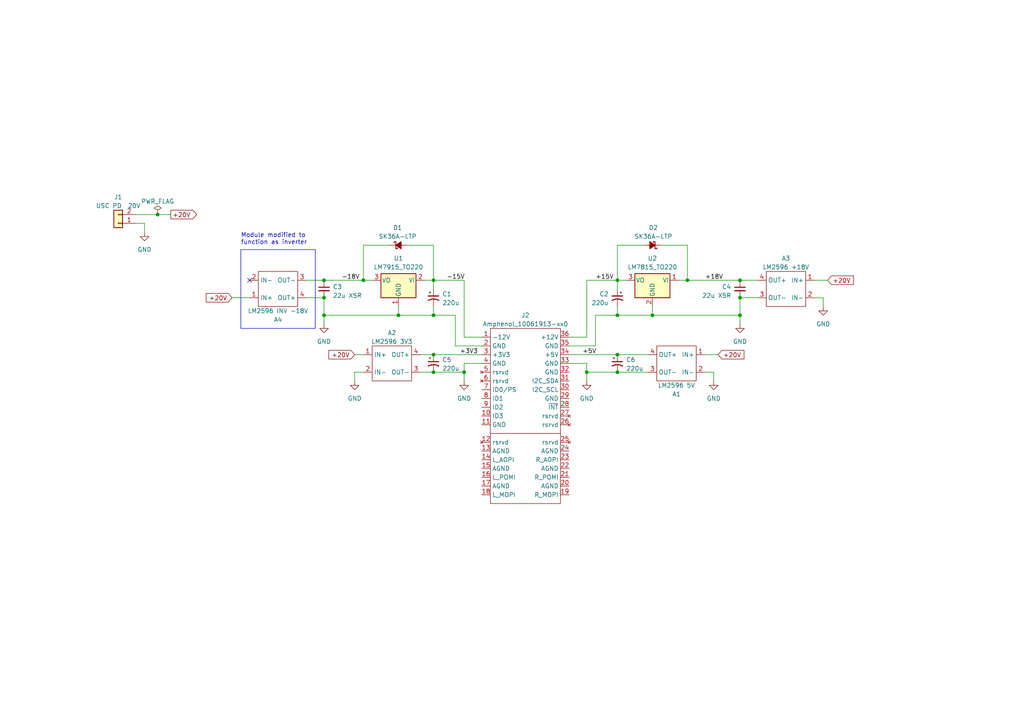
<source format=kicad_sch>
(kicad_sch (version 20230121) (generator eeschema)
  (paper "A4")
  (lib_symbols
    (symbol "Connector_Generic:Conn_01x02" (pin_names (offset 1.016) hide)
      (property "Reference" "J" (at 0 2.54 0))
      (property "Value" "Conn_01x02" (at 0 -5.08 0))
      (symbol "Conn_01x02_1_1"
        (rectangle (start -1.27 -2.413) (end 0 -2.667) (stroke (width 0.1524)))
        (rectangle (start -1.27 0.127) (end 0 -0.127) (stroke (width 0.1524)))
        (rectangle (start -1.27 1.27) (end 1.27 -3.81) (stroke (width 0.254)) (fill (type background)))
        (pin passive line (at -5.08 0 0) (length 3.81) (name "Pin_1") (number "1"))
        (pin passive line (at -5.08 -2.54 0) (length 3.81) (name "Pin_2") (number "2"))
      )
    )
    (symbol "Device:C_Polarized_Small_US" (pin_numbers hide) (pin_names (offset 0.254) hide)
      (property "Reference" "C" (at 0.254 1.778 0))
      (property "Value" "C_Polarized_Small_US" (at 0.254 -2.032 0))
      (symbol "C_Polarized_Small_US_0_1"
        (polyline (pts (xy -1.524 0.508) (xy 1.524 0.508)) (stroke (width 0.3048)))
        (polyline (pts (xy -1.27 1.524) (xy -0.762 1.524)))
        (polyline (pts (xy -1.016 1.27) (xy -1.016 1.778)))
        (arc (start 1.524 -0.762) (mid 0 -0.3734) (end -1.524 -0.762) (stroke (width 0.3048)))
      )
      (symbol "C_Polarized_Small_US_1_1"
        (pin passive line (at 0 2.54 270) (length 2.032) (name "~") (number "1"))
        (pin passive line (at 0 -2.54 90) (length 2.032) (name "~") (number "2"))
      )
    )
    (symbol "Device:C_Small" (pin_numbers hide) (pin_names (offset 0.254) hide)
      (property "Reference" "C" (at 0.254 1.778 0))
      (property "Value" "C_Small" (at 0.254 -2.032 0))
      (symbol "C_Small_0_1"
        (polyline (pts (xy -1.524 -0.508) (xy 1.524 -0.508)) (stroke (width 0.3302)))
        (polyline (pts (xy -1.524 0.508) (xy 1.524 0.508)) (stroke (width 0.3048)))
      )
      (symbol "C_Small_1_1"
        (pin passive line (at 0 2.54 270) (length 2.032) (name "~") (number "1"))
        (pin passive line (at 0 -2.54 90) (length 2.032) (name "~") (number "2"))
      )
    )
    (symbol "Device:D_Schottky_Small_Filled" (pin_numbers hide) (pin_names (offset 0.254) hide)
      (property "Reference" "D" (at -1.27 2.032 0))
      (property "Value" "D_Schottky_Small_Filled" (at -7.112 -2.032 0))
      (symbol "D_Schottky_Small_Filled_0_1"
        (polyline (pts (xy -0.762 0) (xy 0.762 0)))
        (polyline (pts (xy 0.762 -1.016) (xy -0.762 0) (xy 0.762 1.016) (xy 0.762 -1.016)) (stroke (width 0.254)) (fill (type outline)))
        (polyline (pts (xy -1.27 0.762) (xy -1.27 1.016) (xy -0.762 1.016) (xy -0.762 -1.016) (xy -0.254 -1.016) (xy -0.254 -0.762)) (stroke (width 0.254)))
      )
      (symbol "D_Schottky_Small_Filled_1_1"
        (pin passive line (at -2.54 0 0) (length 1.778) (name "K") (number "1"))
        (pin passive line (at 2.54 0 180) (length 1.778) (name "A") (number "2"))
      )
    )
    (symbol "Regulator_Linear:LM7812_TO220" (pin_names (offset 0.254))
      (property "Reference" "U" (at -3.81 3.175 0))
      (property "Value" "LM7812_TO220" (at 0 3.175 0))
      (symbol "LM7812_TO220_0_1"
        (rectangle (start -5.08 1.905) (end 5.08 -5.08) (stroke (width 0.254)) (fill (type background)))
      )
      (symbol "LM7812_TO220_1_1"
        (pin power_in line (at -7.62 0 0) (length 2.54) (name "VI") (number "1"))
        (pin power_in line (at 0 -7.62 90) (length 2.54) (name "GND") (number "2"))
        (pin power_out line (at 7.62 0 180) (length 2.54) (name "VO") (number "3"))
      )
    )
    (symbol "Regulator_Linear:LM7912_TO220" (pin_names (offset 0.254))
      (property "Reference" "U" (at -3.81 -3.175 0))
      (property "Value" "LM7912_TO220" (at 0 -3.175 0))
      (symbol "LM7912_TO220_0_1"
        (rectangle (start -5.08 5.08) (end 5.08 -1.905) (stroke (width 0.254)) (fill (type background)))
      )
      (symbol "LM7912_TO220_1_1"
        (pin power_in line (at 0 7.62 270) (length 2.54) (name "GND") (number "1"))
        (pin power_in line (at -7.62 0 0) (length 2.54) (name "VI") (number "2"))
        (pin power_out line (at 7.62 0 180) (length 2.54) (name "VO") (number "3"))
      )
    )
    (symbol "power:GND" (power) (pin_names (offset 0))
      (property "Value" "GND" (at 0 -3.81 0))
      (symbol "GND_0_1"
        (polyline (pts (xy 0 0) (xy 0 -1.27) (xy 1.27 -1.27) (xy 0 -2.54) (xy -1.27 -1.27) (xy 0 -1.27)))
      )
      (symbol "GND_1_1"
        (pin power_in line (at 0 0 270) (length 0) hide (name "GND") (number "1"))
      )
    )
    (symbol "power:PWR_FLAG" (power) (pin_numbers hide) (pin_names (offset 0) hide)
      (property "Value" "PWR_FLAG" (at 0 3.81 0))
      (symbol "PWR_FLAG_0_0"
        (pin power_out line (at 0 0 90) (length 0) (name "pwr") (number "1"))
      )
      (symbol "PWR_FLAG_0_1"
        (polyline (pts (xy 0 0) (xy 0 1.27) (xy -1.016 1.905) (xy 0 2.54) (xy 1.016 1.905) (xy 0 1.27)))
      )
    )
    (symbol "silver-box-symbols:Amphenol_10061913-xx0"
      (property "Reference" "J" (at 0 2.54 0))
      (property "Value" "Amphenol_10061913-xx0" (at 0 -50.8 0))
      (symbol "Amphenol_10061913-xx0_0_1"
        (rectangle (start -10.16 1.27) (end 10.16 -49.53))
        (polyline (pts (xy 10.16 -29.21) (xy -10.16 -29.21)))
      )
      (symbol "Amphenol_10061913-xx0_1_1"
        (pin power_out line (at -12.7 -1.27 0) (length 2.54) (name "-12V") (number "1"))
        (pin passive line (at -12.7 -24.13 0) (length 2.54) (name "ID3") (number "10"))
        (pin power_in line (at -12.7 -26.67 0) (length 2.54) (name "GND") (number "11"))
        (pin no_connect line (at -12.7 -31.75 0) (length 2.54) (name "rsrvd") (number "12"))
        (pin power_in line (at -12.7 -34.29 0) (length 2.54) (name "AGND") (number "13"))
        (pin passive line (at -12.7 -36.83 0) (length 2.54) (name "L_AOPI") (number "14"))
        (pin power_in line (at -12.7 -39.37 0) (length 2.54) (name "AGND") (number "15"))
        (pin passive line (at -12.7 -41.91 0) (length 2.54) (name "L_POMI") (number "16"))
        (pin power_in line (at -12.7 -44.45 0) (length 2.54) (name "AGND") (number "17"))
        (pin passive line (at -12.7 -46.99 0) (length 2.54) (name "L_MOPI") (number "18"))
        (pin passive line (at 12.7 -46.99 180) (length 2.54) (name "R_MOPI") (number "19"))
        (pin power_in line (at -12.7 -3.81 0) (length 2.54) (name "GND") (number "2"))
        (pin power_in line (at 12.7 -44.45 180) (length 2.54) (name "AGND") (number "20"))
        (pin passive line (at 12.7 -41.91 180) (length 2.54) (name "R_POMI") (number "21"))
        (pin power_in line (at 12.7 -39.37 180) (length 2.54) (name "AGND") (number "22"))
        (pin passive line (at 12.7 -36.83 180) (length 2.54) (name "R_AOPI") (number "23"))
        (pin power_in line (at 12.7 -34.29 180) (length 2.54) (name "AGND") (number "24"))
        (pin no_connect line (at 12.7 -31.75 180) (length 2.54) (name "rsrvd") (number "25"))
        (pin no_connect line (at 12.7 -26.67 180) (length 2.54) (name "rsrvd") (number "26"))
        (pin no_connect line (at 12.7 -24.13 180) (length 2.54) (name "rsrvd") (number "27"))
        (pin passive line (at 12.7 -21.59 180) (length 2.54) (name "~{INT}") (number "28"))
        (pin power_in line (at 12.7 -19.05 180) (length 2.54) (name "GND") (number "29"))
        (pin power_out line (at -12.7 -6.35 0) (length 2.54) (name "+3V3") (number "3"))
        (pin passive line (at 12.7 -16.51 180) (length 2.54) (name "I2C_SCL") (number "30"))
        (pin passive line (at 12.7 -13.97 180) (length 2.54) (name "I2C_SDA") (number "31"))
        (pin power_in line (at 12.7 -11.43 180) (length 2.54) (name "GND") (number "32"))
        (pin power_in line (at 12.7 -8.89 180) (length 2.54) (name "GND") (number "33"))
        (pin power_out line (at 12.7 -6.35 180) (length 2.54) (name "+5V") (number "34"))
        (pin power_in line (at 12.7 -3.81 180) (length 2.54) (name "GND") (number "35"))
        (pin power_out line (at 12.7 -1.27 180) (length 2.54) (name "+12V") (number "36"))
        (pin power_in line (at -12.7 -8.89 0) (length 2.54) (name "GND") (number "4"))
        (pin no_connect line (at -12.7 -11.43 0) (length 2.54) (name "rsrvd") (number "5"))
        (pin no_connect line (at -12.7 -13.97 0) (length 2.54) (name "rsrvd") (number "6"))
        (pin passive line (at -12.7 -16.51 0) (length 2.54) (name "ID0/PS") (number "7"))
        (pin passive line (at -12.7 -19.05 0) (length 2.54) (name "ID1") (number "8"))
        (pin passive line (at -12.7 -21.59 0) (length 2.54) (name "ID2") (number "9"))
      )
    )
    (symbol "silver-box-symbols:LM2596"
      (property "Reference" "A" (at 0 6.35 0))
      (property "Value" "LM2596" (at 0 -6.35 0))
      (symbol "LM2596_0_1"
        (rectangle (start -5.08 5.08) (end 6.35 -5.08))
      )
      (symbol "LM2596_1_1"
        (pin power_in line (at -7.62 2.54 0) (length 2.54) (name "IN+") (number "1"))
        (pin passive line (at -7.62 -2.54 0) (length 2.54) (name "IN-") (number "2"))
        (pin passive line (at 8.89 -2.54 180) (length 2.54) (name "OUT-") (number "3"))
        (pin power_out line (at 8.89 2.54 180) (length 2.54) (name "OUT+") (number "4"))
      )
    )
  )
  (junction (at 179.07 107.95))
  (junction (at 134.62 107.95))
  (junction (at 45.72 62.23))
  (junction (at 199.39 81.28))
  (junction (at 125.73 102.87))
  (junction (at 125.73 107.95))
  (junction (at 179.07 91.44))
  (junction (at 189.23 91.44))
  (junction (at 105.41 81.28))
  (junction (at 93.98 81.28))
  (junction (at 125.73 91.44))
  (junction (at 125.73 81.28))
  (junction (at 93.98 91.44))
  (junction (at 214.63 81.28))
  (junction (at 179.07 81.28))
  (junction (at 179.07 102.87))
  (junction (at 115.57 91.44))
  (junction (at 214.63 86.36))
  (junction (at 214.63 91.44))
  (junction (at 170.18 107.95))
  (junction (at 93.98 86.36))
  (no_connect (at 72.39 81.28))
  (wire (pts (xy 170.18 97.79) (xy 170.18 81.28)))
  (wire (pts (xy 134.62 107.95) (xy 134.62 110.49)))
  (wire (pts (xy 179.07 71.12) (xy 186.69 71.12)))
  (wire (pts (xy 93.98 81.28) (xy 105.41 81.28)))
  (wire (pts (xy 115.57 91.44) (xy 125.73 91.44)))
  (wire (pts (xy 41.91 64.77) (xy 41.91 67.31)))
  (wire (pts (xy 125.73 102.87) (xy 139.7 102.87)))
  (wire (pts (xy 88.9 86.36) (xy 93.98 86.36)))
  (wire (pts (xy 45.72 62.23) (xy 49.53 62.23)))
  (wire (pts (xy 105.41 81.28) (xy 107.95 81.28)))
  (wire (pts (xy 172.72 91.44) (xy 172.72 100.33)))
  (wire (pts (xy 238.76 88.9) (xy 238.76 86.36)))
  (wire (pts (xy 179.07 102.87) (xy 187.96 102.87)))
  (wire (pts (xy 170.18 107.95) (xy 170.18 110.49)))
  (wire (pts (xy 199.39 81.28) (xy 214.63 81.28)))
  (wire (pts (xy 172.72 91.44) (xy 179.07 91.44)))
  (wire (pts (xy 125.73 107.95) (xy 134.62 107.95)))
  (wire (pts (xy 125.73 88.9) (xy 125.73 91.44)))
  (wire (pts (xy 134.62 105.41) (xy 139.7 105.41)))
  (wire (pts (xy 179.07 81.28) (xy 181.61 81.28)))
  (wire (pts (xy 105.41 81.28) (xy 105.41 71.12)))
  (wire (pts (xy 219.71 86.36) (xy 214.63 86.36)))
  (wire (pts (xy 214.63 91.44) (xy 214.63 93.98)))
  (wire (pts (xy 179.07 81.28) (xy 179.07 71.12)))
  (wire (pts (xy 132.08 100.33) (xy 139.7 100.33)))
  (wire (pts (xy 39.37 62.23) (xy 45.72 62.23)))
  (wire (pts (xy 236.22 81.28) (xy 240.03 81.28)))
  (wire (pts (xy 125.73 81.28) (xy 134.62 81.28)))
  (wire (pts (xy 125.73 81.28) (xy 125.73 83.82)))
  (wire (pts (xy 67.31 86.36) (xy 72.39 86.36)))
  (wire (pts (xy 238.76 86.36) (xy 236.22 86.36)))
  (wire (pts (xy 170.18 105.41) (xy 165.1 105.41)))
  (wire (pts (xy 134.62 107.95) (xy 134.62 105.41)))
  (wire (pts (xy 88.9 81.28) (xy 93.98 81.28)))
  (wire (pts (xy 165.1 97.79) (xy 170.18 97.79)))
  (wire (pts (xy 118.11 71.12) (xy 125.73 71.12)))
  (wire (pts (xy 93.98 91.44) (xy 93.98 86.36)))
  (wire (pts (xy 121.92 102.87) (xy 125.73 102.87)))
  (wire (pts (xy 179.07 88.9) (xy 179.07 91.44)))
  (wire (pts (xy 115.57 91.44) (xy 93.98 91.44)))
  (wire (pts (xy 102.87 110.49) (xy 102.87 107.95)))
  (wire (pts (xy 121.92 107.95) (xy 125.73 107.95)))
  (wire (pts (xy 170.18 107.95) (xy 170.18 105.41)))
  (wire (pts (xy 165.1 102.87) (xy 179.07 102.87)))
  (wire (pts (xy 93.98 91.44) (xy 93.98 93.98)))
  (wire (pts (xy 170.18 107.95) (xy 179.07 107.95)))
  (wire (pts (xy 189.23 91.44) (xy 214.63 91.44)))
  (wire (pts (xy 214.63 91.44) (xy 214.63 86.36)))
  (wire (pts (xy 207.01 110.49) (xy 207.01 107.95)))
  (wire (pts (xy 39.37 64.77) (xy 41.91 64.77)))
  (wire (pts (xy 199.39 71.12) (xy 199.39 81.28)))
  (wire (pts (xy 191.77 71.12) (xy 199.39 71.12)))
  (wire (pts (xy 102.87 107.95) (xy 105.41 107.95)))
  (wire (pts (xy 123.19 81.28) (xy 125.73 81.28)))
  (wire (pts (xy 172.72 100.33) (xy 165.1 100.33)))
  (wire (pts (xy 115.57 91.44) (xy 115.57 88.9)))
  (wire (pts (xy 134.62 81.28) (xy 134.62 97.79)))
  (wire (pts (xy 125.73 71.12) (xy 125.73 81.28)))
  (wire (pts (xy 132.08 91.44) (xy 132.08 100.33)))
  (wire (pts (xy 170.18 81.28) (xy 179.07 81.28)))
  (wire (pts (xy 189.23 88.9) (xy 189.23 91.44)))
  (wire (pts (xy 196.85 81.28) (xy 199.39 81.28)))
  (wire (pts (xy 179.07 81.28) (xy 179.07 83.82)))
  (wire (pts (xy 179.07 91.44) (xy 189.23 91.44)))
  (wire (pts (xy 204.47 102.87) (xy 208.28 102.87)))
  (wire (pts (xy 179.07 107.95) (xy 187.96 107.95)))
  (wire (pts (xy 214.63 81.28) (xy 219.71 81.28)))
  (wire (pts (xy 134.62 97.79) (xy 139.7 97.79)))
  (wire (pts (xy 207.01 107.95) (xy 204.47 107.95)))
  (wire (pts (xy 125.73 91.44) (xy 132.08 91.44)))
  (wire (pts (xy 102.87 102.87) (xy 105.41 102.87)))
  (wire (pts (xy 105.41 71.12) (xy 113.03 71.12)))
  (rectangle (start 69.85 72.39) (end 91.44 95.25))
  (text "Module modified to \nfunction as inverter" (at 69.85 71.12 0) (effects (font (size 1.27 1.27)) (justify left bottom)))
  (label "+18V" (at 204.47 81.28 0))
  (label "-18V" (at 99.06 81.28 0))
  (label "+5V" (at 168.91 102.87 0))
  (label "+3V3" (at 133.35 102.87 0))
  (label "+15V" (at 172.72 81.28 0))
  (label "-15V" (at 129.54 81.28 0))
  (global_label "+20V" (shape input) (at 208.28 102.87 0) (property "Intersheetrefs" "${INTERSHEET_REFS}" (effects hide)))
  (global_label "+20V" (shape input) (at 102.87 102.87 180) (property "Intersheetrefs" "${INTERSHEET_REFS}" (effects hide)))
  (global_label "+20V" (shape input) (at 67.31 86.36 180) (property "Intersheetrefs" "${INTERSHEET_REFS}" (effects hide)))
  (global_label "+20V" (shape output) (at 49.53 62.23 0) (property "Intersheetrefs" "${INTERSHEET_REFS}" (effects hide)))
  (global_label "+20V" (shape input) (at 240.03 81.28 0) (property "Intersheetrefs" "${INTERSHEET_REFS}" (effects hide)))
  (symbol (lib_id "Device:D_Schottky_Small_Filled") (at 189.23 71.12 180) (unit 1)
    (property "Reference" "D2" (at 189.484 66.04 0))
    (property "Value" "SK36A-LTP" (at 189.484 68.58 0))
    (property "Footprint" "Diode_SMD:D_SMA_Handsoldering" (effects hide))
  )
  (symbol (lib_id "Device:C_Polarized_Small_US") (at 125.73 86.36 0) (unit 1)
    (property "Reference" "C1" (at 128.27 85.2932 0) (effects (justify left)))
    (property "Value" "220u" (at 128.27 87.8332 0) (effects (justify left)))
    (property "Footprint" "silver-box-feetprints:CP_Elec_12.5x13.5" (effects hide))
  )
  (symbol (lib_id "power:GND") (at 93.98 93.98 0) (unit 1)
    (property "Reference" "#PWR01" (effects hide))
    (property "Value" "GND" (at 93.98 99.06 0))
  )
  (symbol (lib_id "Device:C_Polarized_Small_US") (at 125.73 105.41 0) (unit 1)
    (property "Reference" "C5" (at 128.27 104.3432 0) (effects (justify left)))
    (property "Value" "220u" (at 128.27 106.8832 0) (effects (justify left)))
    (property "Footprint" "silver-box-feetprints:CP_Elec_12.5x13.5" (effects hide))
  )
  (symbol (lib_id "Device:D_Schottky_Small_Filled") (at 115.57 71.12 0) (unit 1)
    (property "Reference" "D1" (at 115.316 66.04 0))
    (property "Value" "SK36A-LTP" (at 115.316 68.58 0))
    (property "Footprint" "Diode_SMD:D_SMA_Handsoldering" (effects hide))
  )
  (symbol (lib_id "silver-box-symbols:LM2596") (at 228.6 83.82 0) (mirror y) (unit 1)
    (property "Reference" "A3" (at 227.965 74.93 0))
    (property "Value" "LM2596 +18V" (at 227.965 77.47 0))
    (property "Footprint" "silver-box-feetprints:LM2596 module" (effects hide))
  )
  (symbol (lib_id "power:GND") (at 41.91 67.31 0) (unit 1)
    (property "Reference" "#PWR02" (effects hide))
    (property "Value" "GND" (at 41.91 72.39 0))
  )
  (symbol (lib_id "Connector_Generic:Conn_01x02") (at 34.29 64.77 180) (unit 1)
    (property "Reference" "J1" (at 34.29 57.15 0))
    (property "Value" "USC PD  20V" (at 34.29 59.69 0))
    (property "Footprint" "Connector_JST:JST_XH_B2B-XH-A_1x02_P2.50mm_Vertical" (effects hide))
  )
  (symbol (lib_id "silver-box-symbols:Amphenol_10061913-xx0") (at 152.4 96.52 0) (unit 1) (in_bom no)
    (property "Reference" "J2" (at 152.4 91.44 0))
    (property "Value" "Amphenol_10061913-xx0" (at 152.4 93.98 0))
    (property "Footprint" "silver-box-feetprints:Card Edge board Amphenol 10061913-100PLF" (effects hide))
  )
  (symbol (lib_id "power:GND") (at 214.63 93.98 0) (unit 1)
    (property "Reference" "#PWR06" (effects hide))
    (property "Value" "GND" (at 214.63 99.06 0))
  )
  (symbol (lib_id "silver-box-symbols:LM2596") (at 113.03 105.41 0) (unit 1)
    (property "Reference" "A2" (at 113.665 96.52 0))
    (property "Value" "LM2596 3V3" (at 113.665 99.06 0))
    (property "Footprint" "silver-box-feetprints:LM2596 module" (effects hide))
  )
  (symbol (lib_id "silver-box-symbols:LM2596") (at 80.01 83.82 0) (mirror x) (unit 1)
    (property "Reference" "A4" (at 80.645 92.71 0))
    (property "Value" "LM2596 INV -18V" (at 80.645 90.17 0))
    (property "Footprint" "silver-box-feetprints:LM2596 module" (effects hide))
  )
  (symbol (lib_id "power:GND") (at 134.62 110.49 0) (unit 1)
    (property "Reference" "#PWR08" (effects hide))
    (property "Value" "GND" (at 134.62 115.57 0))
  )
  (symbol (lib_id "Device:C_Polarized_Small_US") (at 179.07 105.41 0) (unit 1)
    (property "Reference" "C6" (at 181.61 104.3432 0) (effects (justify left)))
    (property "Value" "220u" (at 181.61 106.8832 0) (effects (justify left)))
    (property "Footprint" "silver-box-feetprints:CP_Elec_12.5x13.5" (effects hide))
  )
  (symbol (lib_id "power:GND") (at 102.87 110.49 0) (unit 1)
    (property "Reference" "#PWR05" (effects hide))
    (property "Value" "GND" (at 102.87 115.57 0))
  )
  (symbol (lib_id "Device:C_Small") (at 93.98 83.82 0) (unit 1)
    (property "Reference" "C3" (at 96.52 83.1913 0) (effects (justify left)))
    (property "Value" "22u X5R" (at 96.52 85.7313 0) (effects (justify left)))
    (property "Footprint" "Capacitor_SMD:C_1210_3225Metric" (effects hide))
  )
  (symbol (lib_id "power:GND") (at 207.01 110.49 0) (unit 1)
    (property "Reference" "#PWR04" (effects hide))
    (property "Value" "GND" (at 207.01 115.57 0))
  )
  (symbol (lib_id "power:GND") (at 170.18 110.49 0) (unit 1)
    (property "Reference" "#PWR07" (effects hide))
    (property "Value" "GND" (at 170.18 115.57 0))
  )
  (symbol (lib_id "power:PWR_FLAG") (at 45.72 62.23 0) (unit 1)
    (property "Reference" "#FLG01" (effects hide))
    (property "Value" "PWR_FLAG" (at 45.72 58.42 0))
  )
  (symbol (lib_id "silver-box-symbols:LM2596") (at 196.85 105.41 0) (mirror y) (unit 1)
    (property "Reference" "A1" (at 196.215 114.3 0))
    (property "Value" "LM2596 5V" (at 196.215 111.76 0))
    (property "Footprint" "silver-box-feetprints:LM2596 module" (effects hide))
  )
  (symbol (lib_id "Device:C_Polarized_Small_US") (at 179.07 86.36 0) (mirror y) (unit 1)
    (property "Reference" "C2" (at 176.53 85.2932 0) (effects (justify left)))
    (property "Value" "220u" (at 176.53 87.8332 0) (effects (justify left)))
    (property "Footprint" "silver-box-feetprints:CP_Elec_12.5x13.5" (effects hide))
  )
  (symbol (lib_id "Regulator_Linear:LM7912_TO220") (at 115.57 81.28 180) (unit 1)
    (property "Reference" "U1" (at 115.57 74.93 0))
    (property "Value" "LM7915_TO220" (at 115.57 77.47 0))
    (property "Footprint" "Package_TO_SOT_THT:TO-220-3_Vertical" (effects hide))
    (property "Datasheet" "hhttps://www.onsemi.com/pub/Collateral/MC7900-D.PDF" (effects hide))
  )
  (symbol (lib_id "Device:C_Small") (at 214.63 83.82 0) (mirror y) (unit 1)
    (property "Reference" "C4" (at 212.09 83.1913 0) (effects (justify left)))
    (property "Value" "22u X5R" (at 212.09 85.7313 0) (effects (justify left)))
    (property "Footprint" "Capacitor_SMD:C_1210_3225Metric" (effects hide))
  )
  (symbol (lib_id "power:GND") (at 238.76 88.9 0) (unit 1)
    (property "Reference" "#PWR03" (effects hide))
    (property "Value" "GND" (at 238.76 93.98 0))
  )
  (symbol (lib_id "Regulator_Linear:LM7812_TO220") (at 189.23 81.28 0) (mirror y) (unit 1)
    (property "Reference" "U2" (at 189.23 74.93 0))
    (property "Value" "LM7815_TO220" (at 189.23 77.47 0))
    (property "Footprint" "Package_TO_SOT_THT:TO-220-3_Vertical" (effects hide))
    (property "Datasheet" "https://www.onsemi.cn/PowerSolutions/document/MC7800-D.PDF" (effects hide))
  )
)
</source>
